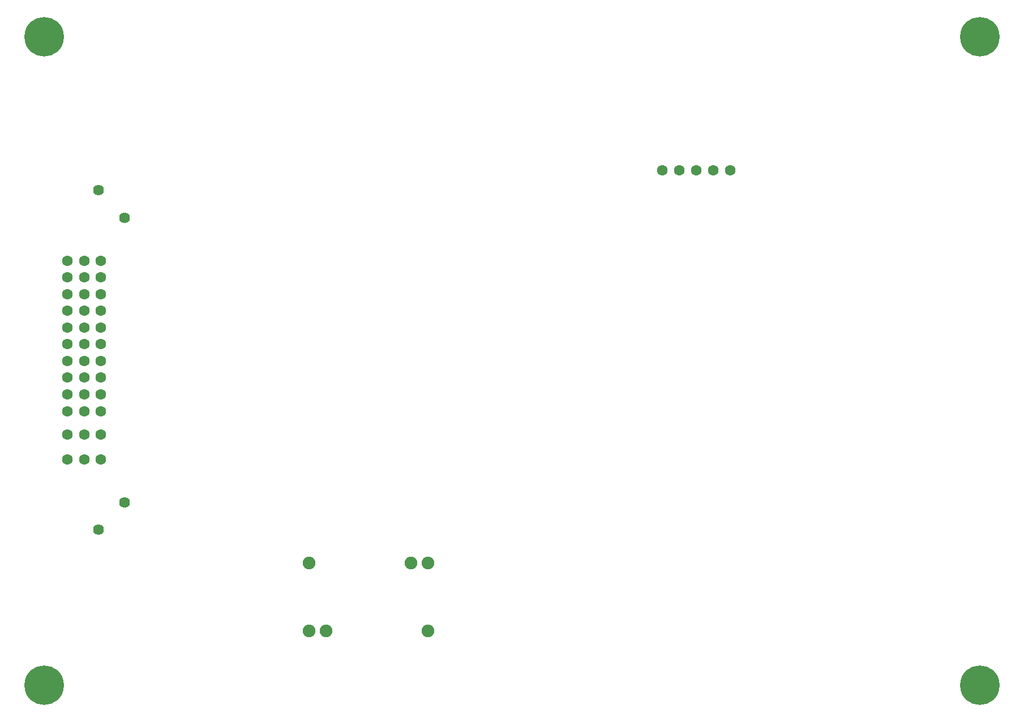
<source format=gbs>
G04*
G04 #@! TF.GenerationSoftware,Altium Limited,Altium Designer,22.2.1 (43)*
G04*
G04 Layer_Color=16711935*
%FSAX44Y44*%
%MOMM*%
G71*
G04*
G04 #@! TF.SameCoordinates,153B5C95-5CF5-4743-8735-2B8DBF92E26D*
G04*
G04*
G04 #@! TF.FilePolarity,Negative*
G04*
G01*
G75*
%ADD55C,1.6000*%
%ADD56C,1.6240*%
%ADD57C,1.9000*%
%ADD58C,5.9000*%
D55*
X01565800Y01310000D02*
D03*
X01540400D02*
D03*
X01515000D02*
D03*
X01489600D02*
D03*
X01464200D02*
D03*
X00625000Y01175000D02*
D03*
Y01150000D02*
D03*
Y01125000D02*
D03*
Y01100000D02*
D03*
Y01025000D02*
D03*
Y01000000D02*
D03*
Y00915000D02*
D03*
Y00878000D02*
D03*
X00600000Y01175000D02*
D03*
Y01150000D02*
D03*
Y01125000D02*
D03*
Y01100000D02*
D03*
Y01075000D02*
D03*
Y01050000D02*
D03*
Y01025000D02*
D03*
Y01000000D02*
D03*
Y00975000D02*
D03*
Y00950000D02*
D03*
Y00915000D02*
D03*
Y00878000D02*
D03*
X00575000Y01175000D02*
D03*
Y01150000D02*
D03*
Y01125000D02*
D03*
Y01100000D02*
D03*
Y01075000D02*
D03*
Y01050000D02*
D03*
Y01025000D02*
D03*
Y01000000D02*
D03*
Y00975000D02*
D03*
Y00950000D02*
D03*
Y00915000D02*
D03*
Y00878000D02*
D03*
X00625000Y01050000D02*
D03*
Y00950000D02*
D03*
Y01075000D02*
D03*
Y00975000D02*
D03*
D56*
X00621500Y01280500D02*
D03*
X00660000Y01239500D02*
D03*
Y00813500D02*
D03*
X00621500Y00772500D02*
D03*
D57*
X01114400Y00621400D02*
D03*
X00962000D02*
D03*
X00936600D02*
D03*
Y00723000D02*
D03*
X01089000D02*
D03*
X01114400D02*
D03*
D58*
X00540000Y01510000D02*
D03*
Y00540000D02*
D03*
X01940000D02*
D03*
Y01510000D02*
D03*
M02*

</source>
